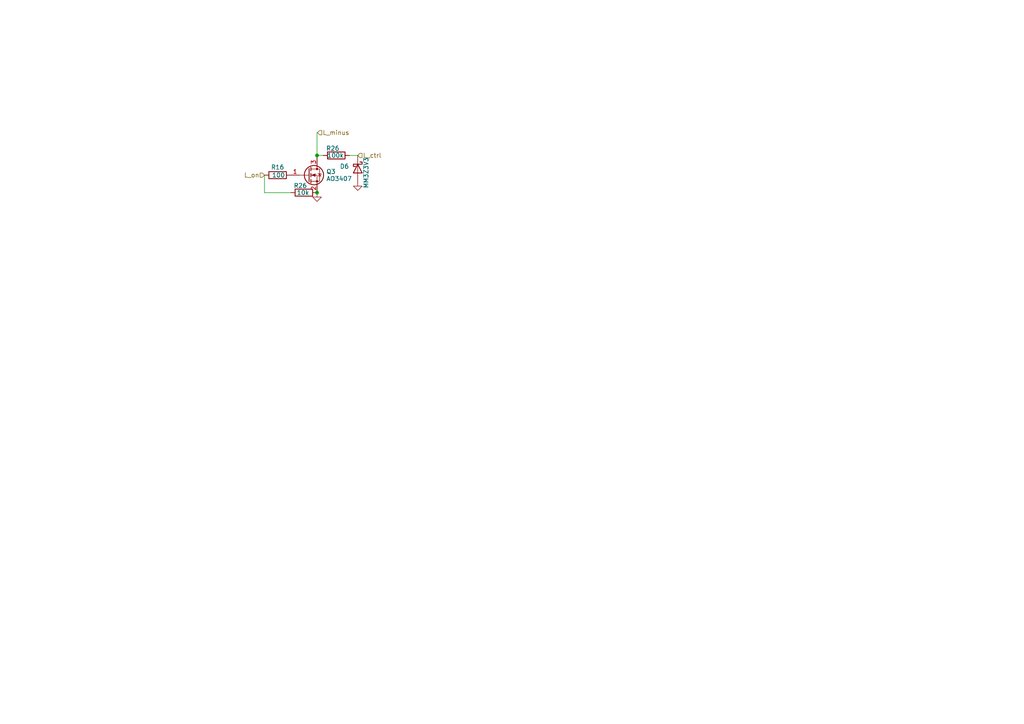
<source format=kicad_sch>
(kicad_sch (version 20230121) (generator eeschema)
  (paper "A4")
  (lib_symbols
    (symbol "Device:D_Schottky" (pin_numbers hide) (pin_names (offset 1.016) hide)
      (property "Reference" "D" (at 0 2.54 0))
      (property "Value" "D_Schottky" (at 0 -2.54 0))
      (symbol "D_Schottky_0_1"
        (polyline (pts (xy 1.27 0) (xy -1.27 0)))
        (polyline (pts (xy 1.27 1.27) (xy 1.27 -1.27) (xy -1.27 0) (xy 1.27 1.27)) (stroke (width 0.254)))
        (polyline (pts (xy -1.905 0.635) (xy -1.905 1.27) (xy -1.27 1.27) (xy -1.27 -1.27) (xy -0.635 -1.27) (xy -0.635 -0.635)) (stroke (width 0.254)))
      )
      (symbol "D_Schottky_1_1"
        (pin passive line (at -3.81 0 0) (length 2.54) (name "K") (number "1"))
        (pin passive line (at 3.81 0 180) (length 2.54) (name "A") (number "2"))
      )
    )
    (symbol "Device:Q_NMOS_GSD" (pin_names (offset 0) hide)
      (property "Reference" "Q" (at 5.08 1.27 0))
      (property "Value" "Q_NMOS_GSD" (at 5.08 -1.27 0))
      (symbol "Q_NMOS_GSD_0_1"
        (polyline (pts (xy 0.254 0) (xy -2.54 0)))
        (polyline (pts (xy 0.254 1.905) (xy 0.254 -1.905)) (stroke (width 0.254)))
        (polyline (pts (xy 0.762 -1.27) (xy 0.762 -2.286)) (stroke (width 0.254)))
        (polyline (pts (xy 0.762 0.508) (xy 0.762 -0.508)) (stroke (width 0.254)))
        (polyline (pts (xy 0.762 2.286) (xy 0.762 1.27)) (stroke (width 0.254)))
        (polyline (pts (xy 2.54 2.54) (xy 2.54 1.778)))
        (polyline (pts (xy 2.54 -2.54) (xy 2.54 0) (xy 0.762 0)))
        (polyline (pts (xy 0.762 -1.778) (xy 3.302 -1.778) (xy 3.302 1.778) (xy 0.762 1.778)))
        (polyline (pts (xy 1.016 0) (xy 2.032 0.381) (xy 2.032 -0.381) (xy 1.016 0)) (fill (type outline)))
        (polyline (pts (xy 2.794 0.508) (xy 2.921 0.381) (xy 3.683 0.381) (xy 3.81 0.254)))
        (polyline (pts (xy 3.302 0.381) (xy 2.921 -0.254) (xy 3.683 -0.254) (xy 3.302 0.381)))
        (circle (center 1.651 0) (radius 2.794) (stroke (width 0.254)))
        (circle (center 2.54 -1.778) (radius 0.254) (fill (type outline)))
        (circle (center 2.54 1.778) (radius 0.254) (fill (type outline)))
      )
      (symbol "Q_NMOS_GSD_1_1"
        (pin input line (at -5.08 0 0) (length 2.54) (name "G") (number "1"))
        (pin passive line (at 2.54 -5.08 90) (length 2.54) (name "S") (number "2"))
        (pin passive line (at 2.54 5.08 270) (length 2.54) (name "D") (number "3"))
      )
    )
    (symbol "Device:R" (pin_numbers hide) (pin_names (offset 0))
      (property "Reference" "R" (at 2.032 0 90))
      (property "Value" "R" (at 0 0 90))
      (symbol "R_0_1"
        (rectangle (start -1.016 -2.54) (end 1.016 2.54) (stroke (width 0.254)))
      )
      (symbol "R_1_1"
        (pin passive line (at 0 3.81 270) (length 1.27) (name "~") (number "1"))
        (pin passive line (at 0 -3.81 90) (length 1.27) (name "~") (number "2"))
      )
    )
    (symbol "GND_3" (power) (pin_names (offset 0))
      (property "Value" "GND_3" (at 0 -3.81 0))
      (symbol "GND_3_0_1"
        (polyline (pts (xy 0 0) (xy 0 -1.27) (xy 1.27 -1.27) (xy 0 -2.54) (xy -1.27 -1.27) (xy 0 -1.27)))
      )
      (symbol "GND_3_1_1"
        (pin power_in line (at 0 0 270) (length 0) hide (name "GND") (number "1"))
      )
    )
  )
  (junction (at 91.948 45.085))
  (junction (at 91.948 55.88))
  (wire (pts (xy 76.708 55.88) (xy 76.708 50.8)))
  (wire (pts (xy 103.759 45.085) (xy 101.346 45.085)))
  (wire (pts (xy 91.948 45.085) (xy 91.948 45.72)))
  (wire (pts (xy 84.328 55.88) (xy 76.708 55.88)))
  (wire (pts (xy 93.726 45.085) (xy 91.948 45.085)))
  (wire (pts (xy 91.948 38.481) (xy 91.948 45.085)))
  (wire (pts (xy 92.075 38.481) (xy 91.948 38.481)))
  (hierarchical_label "L_minus" (shape input) (at 92.075 38.481 0))
  (hierarchical_label "L_on" (shape input) (at 76.708 50.8 180))
  (hierarchical_label "L_ctrl" (shape input) (at 103.759 45.085 0))
  (symbol (lib_id "Device:R") (at 80.518 50.8 90) (unit 1)
    (property "Reference" "R16" (at 80.518 48.514 90))
    (property "Value" "100" (at 80.772 50.8 90))
    (property "Footprint" "Resistor_SMD:R_0603_1608Metric_Pad0.98x0.95mm_HandSolder" (effects hide))
    (instances (project "lamps" (path "" (reference "R16") (unit 1)) (path "" (reference "R8") (unit 1)) (path "" (reference "R8") (unit 1)) (path "" (reference "R14") (unit 1)) (path "" (reference "R17") (unit 1)) (path "" (reference "R20") (unit 1))))
  )
  (symbol (lib_id "Device:D_Schottky") (at 103.759 48.895 270) (unit 1)
    (property "Reference" "D6" (at 98.552 48.26 90) (effects (justify left)))
    (property "Value" "MM3Z3V3" (at 106.172 45.593 0) (effects (justify left)))
    (property "Footprint" "Diode_SMD:D_0805_2012Metric_Pad1.15x1.40mm_HandSolder" (effects hide))
    (instances (project "lamps" (path "" (reference "D6") (unit 1)) (path "" (reference "D9") (unit 1)) (path "" (reference "D11") (unit 1)) (path "" (reference "D12") (unit 1)) (path "" (reference "D13") (unit 1))))
  )
  (symbol (lib_name "GND_3") (lib_id "power:GND") (at 91.948 55.88 0) (mirror y) (unit 1)
    (property "Reference" "#PWR032" (effects hide))
    (property "Value" "GND" (effects hide))
    (instances (project "lamps" (path "" (reference "#PWR032") (unit 1)) (path "" (reference "#PWR030") (unit 1)) (path "" (reference "#PWR016") (unit 1)) (path "" (reference "#PWR034") (unit 1)) (path "" (reference "#PWR036") (unit 1)) (path "" (reference "#PWR038") (unit 1))))
  )
  (symbol (lib_id "Device:R") (at 88.138 55.88 270) (unit 1)
    (property "Reference" "R26" (at 87.122 53.848 90))
    (property "Value" "10k" (at 87.884 55.88 90))
    (property "Footprint" "Resistor_SMD:R_0603_1608Metric_Pad0.98x0.95mm_HandSolder" (effects hide))
    (instances (project "lamps" (path "" (reference "R26") (unit 1)) (path "" (reference "R9") (unit 1)) (path "" (reference "R9") (unit 1)) (path "" (reference "R15") (unit 1)) (path "" (reference "R18") (unit 1)) (path "" (reference "R21") (unit 1))))
  )
  (symbol (lib_id "Device:Q_NMOS_GSD") (at 89.408 50.8 0) (unit 1)
    (property "Reference" "Q3" (at 94.615 49.776 0) (effects (justify left)))
    (property "Value" "AO3407" (at 94.615 51.824 0) (effects (justify left)))
    (property "Footprint" "Package_TO_SOT_SMD:SOT-23_Handsoldering" (effects hide))
    (instances (project "lamps" (path "" (reference "Q3") (unit 1)) (path "" (reference "Q1") (unit 1)) (path "" (reference "Q4") (unit 1)) (path "" (reference "Q4") (unit 1)) (path "" (reference "Q5") (unit 1)) (path "" (reference "Q6") (unit 1))))
  )
  (symbol (lib_name "GND_3") (lib_id "power:GND") (at 103.759 52.705 0) (mirror y) (unit 1)
    (property "Reference" "#PWR032" (effects hide))
    (property "Value" "GND" (effects hide))
    (instances (project "lamps" (path "" (reference "#PWR032") (unit 1)) (path "" (reference "#PWR031") (unit 1)) (path "" (reference "#PWR016") (unit 1)) (path "" (reference "#PWR035") (unit 1)) (path "" (reference "#PWR037") (unit 1)) (path "" (reference "#PWR039") (unit 1))))
  )
  (symbol (lib_id "Device:R") (at 97.536 45.085 270) (unit 1)
    (property "Reference" "R26" (at 96.52 43.053 90))
    (property "Value" "100k" (at 97.282 45.085 90))
    (property "Footprint" "Resistor_SMD:R_0603_1608Metric_Pad0.98x0.95mm_HandSolder" (effects hide))
    (instances (project "lamps" (path "" (reference "R26") (unit 1)) (path "" (reference "R10") (unit 1)) (path "" (reference "R12") (unit 1)) (path "" (reference "R16") (unit 1)) (path "" (reference "R19") (unit 1)) (path "" (reference "R22") (unit 1))))
  )
)
</source>
